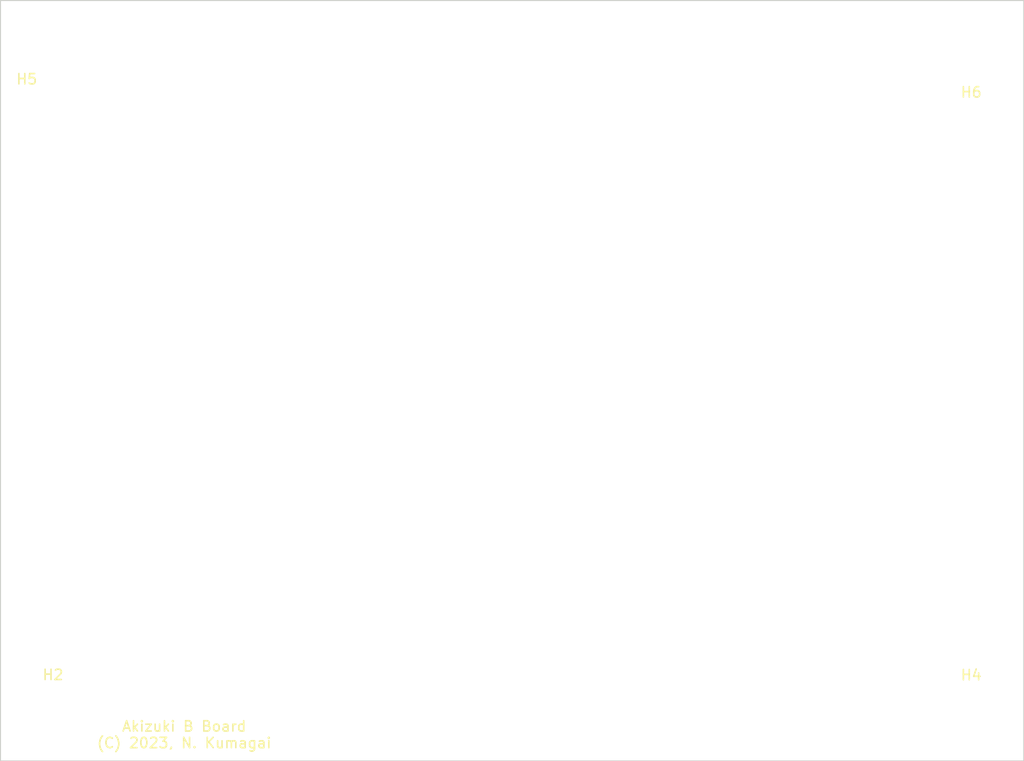
<source format=kicad_pcb>
(kicad_pcb (version 20171130) (host pcbnew "(5.1.9)-1")

  (general
    (thickness 1.6)
    (drawings 5)
    (tracks 0)
    (zones 0)
    (modules 4)
    (nets 1)
  )

  (page A4)
  (layers
    (0 F.Cu signal)
    (31 B.Cu signal)
    (32 B.Adhes user)
    (33 F.Adhes user)
    (34 B.Paste user)
    (35 F.Paste user)
    (36 B.SilkS user)
    (37 F.SilkS user)
    (38 B.Mask user)
    (39 F.Mask user)
    (40 Dwgs.User user hide)
    (41 Cmts.User user hide)
    (42 Eco1.User user hide)
    (43 Eco2.User user hide)
    (44 Edge.Cuts user)
    (45 Margin user hide)
    (46 B.CrtYd user)
    (47 F.CrtYd user)
    (48 B.Fab user)
    (49 F.Fab user hide)
  )

  (setup
    (last_trace_width 0.1524)
    (user_trace_width 0.1524)
    (user_trace_width 0.25)
    (user_trace_width 0.381)
    (user_trace_width 0.508)
    (user_trace_width 1.27)
    (trace_clearance 0.195)
    (zone_clearance 0.508)
    (zone_45_only no)
    (trace_min 0.1524)
    (via_size 0.6)
    (via_drill 0.3)
    (via_min_size 0.6)
    (via_min_drill 0.3)
    (user_via 0.6 0.3)
    (user_via 0.9 0.5)
    (user_via 1.27 0.9)
    (uvia_size 0.3)
    (uvia_drill 0.1)
    (uvias_allowed no)
    (uvia_min_size 0.2)
    (uvia_min_drill 0.1)
    (edge_width 0.1)
    (segment_width 0.2)
    (pcb_text_width 0.3)
    (pcb_text_size 1.5 1.5)
    (mod_edge_width 0.15)
    (mod_text_size 1 1)
    (mod_text_width 0.15)
    (pad_size 3.2 3.2)
    (pad_drill 3.2)
    (pad_to_mask_clearance 0)
    (aux_axis_origin 0 0)
    (visible_elements 7FFFFF7F)
    (pcbplotparams
      (layerselection 0x010fc_ffffffff)
      (usegerberextensions true)
      (usegerberattributes false)
      (usegerberadvancedattributes false)
      (creategerberjobfile false)
      (excludeedgelayer true)
      (linewidth 0.100000)
      (plotframeref false)
      (viasonmask false)
      (mode 1)
      (useauxorigin false)
      (hpglpennumber 1)
      (hpglpenspeed 20)
      (hpglpendiameter 15.000000)
      (psnegative false)
      (psa4output false)
      (plotreference true)
      (plotvalue true)
      (plotinvisibletext false)
      (padsonsilk false)
      (subtractmaskfromsilk false)
      (outputformat 1)
      (mirror false)
      (drillshape 0)
      (scaleselection 1)
      (outputdirectory "DIP40_Universal/"))
  )

  (net 0 "")

  (net_class Default "これはデフォルトのネット クラスです。"
    (clearance 0.195)
    (trace_width 0.1524)
    (via_dia 0.6)
    (via_drill 0.3)
    (uvia_dia 0.3)
    (uvia_drill 0.1)
  )

  (net_class Power ""
    (clearance 0.195)
    (trace_width 0.5)
    (via_dia 0.6)
    (via_drill 0.3)
    (uvia_dia 0.3)
    (uvia_drill 0.1)
  )

  (module MountingHole:MountingHole_3.5mm (layer F.Cu) (tedit 56D1B4CB) (tstamp 604A3D50)
    (at 30.48 121.8946)
    (descr "Mounting Hole 3.5mm, no annular")
    (tags "mounting hole 3.5mm no annular")
    (path /60FAE13E)
    (attr virtual)
    (fp_text reference H2 (at 0 -4.5) (layer F.SilkS)
      (effects (font (size 1 1) (thickness 0.15)))
    )
    (fp_text value MountingHole (at 0 4.5) (layer F.Fab)
      (effects (font (size 1 1) (thickness 0.15)))
    )
    (fp_circle (center 0 0) (end 3.5 0) (layer Cmts.User) (width 0.15))
    (fp_circle (center 0 0) (end 3.75 0) (layer F.CrtYd) (width 0.05))
    (fp_text user %R (at 0.3 0) (layer F.Fab)
      (effects (font (size 1 1) (thickness 0.15)))
    )
    (pad 1 np_thru_hole circle (at 0 0) (size 3.5 3.5) (drill 3.5) (layers *.Cu *.Mask))
  )

  (module MountingHole:MountingHole_3.5mm (layer F.Cu) (tedit 56D1B4CB) (tstamp 604A3D60)
    (at 119.38 121.92)
    (descr "Mounting Hole 3.5mm, no annular")
    (tags "mounting hole 3.5mm no annular")
    (path /60FAE4C5)
    (attr virtual)
    (fp_text reference H4 (at 0 -4.5) (layer F.SilkS)
      (effects (font (size 1 1) (thickness 0.15)))
    )
    (fp_text value MountingHole (at 0 4.5) (layer F.Fab)
      (effects (font (size 1 1) (thickness 0.15)))
    )
    (fp_circle (center 0 0) (end 3.5 0) (layer Cmts.User) (width 0.15))
    (fp_circle (center 0 0) (end 3.75 0) (layer F.CrtYd) (width 0.05))
    (fp_text user %R (at 0.3 0) (layer F.Fab)
      (effects (font (size 1 1) (thickness 0.15)))
    )
    (pad 1 np_thru_hole circle (at 0 0) (size 3.5 3.5) (drill 3.5) (layers *.Cu *.Mask))
  )

  (module MountingHole:MountingHole_3.5mm (layer F.Cu) (tedit 56D1B4CB) (tstamp 607AFDC6)
    (at 30.48 55.88)
    (descr "Mounting Hole 3.5mm, no annular")
    (tags "mounting hole 3.5mm no annular")
    (path /608731DC)
    (attr virtual)
    (fp_text reference H5 (at -2.54 3.81) (layer F.SilkS)
      (effects (font (size 1 1) (thickness 0.15)))
    )
    (fp_text value MountingHole (at 0 4.5) (layer F.Fab)
      (effects (font (size 1 1) (thickness 0.15)))
    )
    (fp_circle (center 0 0) (end 3.75 0) (layer F.CrtYd) (width 0.05))
    (fp_circle (center 0 0) (end 3.5 0) (layer Cmts.User) (width 0.15))
    (fp_text user %R (at 0.3 0) (layer F.Fab)
      (effects (font (size 1 1) (thickness 0.15)))
    )
    (pad 1 np_thru_hole circle (at 0 0) (size 3.5 3.5) (drill 3.5) (layers *.Cu *.Mask))
  )

  (module MountingHole:MountingHole_3.5mm (layer F.Cu) (tedit 56D1B4CB) (tstamp 607AFDCE)
    (at 119.38 55.88)
    (descr "Mounting Hole 3.5mm, no annular")
    (tags "mounting hole 3.5mm no annular")
    (path /608738E5)
    (attr virtual)
    (fp_text reference H6 (at 0 5.08) (layer F.SilkS)
      (effects (font (size 1 1) (thickness 0.15)))
    )
    (fp_text value MountingHole (at 0 4.5) (layer F.Fab)
      (effects (font (size 1 1) (thickness 0.15)))
    )
    (fp_circle (center 0 0) (end 3.5 0) (layer Cmts.User) (width 0.15))
    (fp_circle (center 0 0) (end 3.75 0) (layer F.CrtYd) (width 0.05))
    (fp_text user %R (at 0.3 0) (layer F.Fab)
      (effects (font (size 1 1) (thickness 0.15)))
    )
    (pad 1 np_thru_hole circle (at 0 0) (size 3.5 3.5) (drill 3.5) (layers *.Cu *.Mask))
  )

  (gr_line (start 124.46 52.07) (end 25.4 52.07) (layer Edge.Cuts) (width 0.1))
  (gr_text "Akizuki B Board\n(C) 2023, N. Kumagai" (at 43.18 123.19) (layer F.SilkS)
    (effects (font (size 1 1) (thickness 0.15)))
  )
  (gr_line (start 25.4 125.73) (end 25.4 52.07) (layer Edge.Cuts) (width 0.1))
  (gr_line (start 124.46 125.73) (end 25.4 125.73) (layer Edge.Cuts) (width 0.1))
  (gr_line (start 124.46 52.07) (end 124.46 125.73) (layer Edge.Cuts) (width 0.1))

)

</source>
